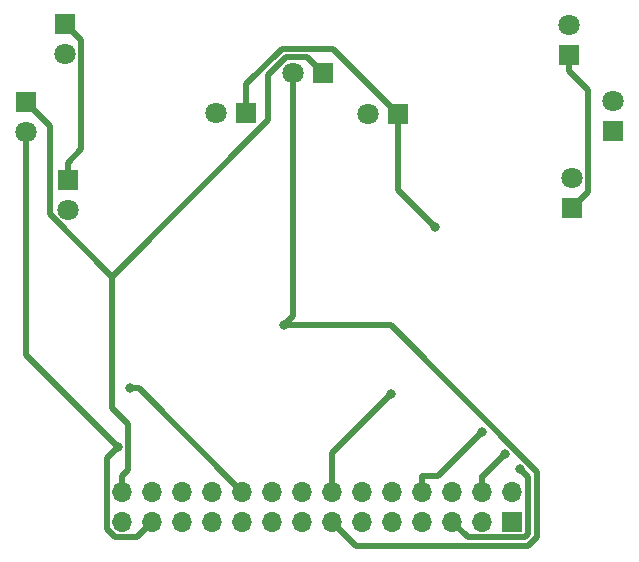
<source format=gbr>
%TF.GenerationSoftware,KiCad,Pcbnew,(7.0.0)*%
%TF.CreationDate,2024-03-24T15:02:48+02:00*%
%TF.ProjectId,MMPCB,4d4d5043-422e-46b6-9963-61645f706362,rev?*%
%TF.SameCoordinates,Original*%
%TF.FileFunction,Copper,L2,Bot*%
%TF.FilePolarity,Positive*%
%FSLAX46Y46*%
G04 Gerber Fmt 4.6, Leading zero omitted, Abs format (unit mm)*
G04 Created by KiCad (PCBNEW (7.0.0)) date 2024-03-24 15:02:48*
%MOMM*%
%LPD*%
G01*
G04 APERTURE LIST*
%TA.AperFunction,ComponentPad*%
%ADD10R,1.800000X1.800000*%
%TD*%
%TA.AperFunction,ComponentPad*%
%ADD11C,1.800000*%
%TD*%
%TA.AperFunction,ComponentPad*%
%ADD12R,1.700000X1.700000*%
%TD*%
%TA.AperFunction,ComponentPad*%
%ADD13O,1.700000X1.700000*%
%TD*%
%TA.AperFunction,ViaPad*%
%ADD14C,0.800000*%
%TD*%
%TA.AperFunction,Conductor*%
%ADD15C,0.500000*%
%TD*%
G04 APERTURE END LIST*
D10*
%TO.P,Q6,1,C*%
%TO.N,3V3*%
X170074999Y-108749999D03*
D11*
%TO.P,Q6,2,E*%
%TO.N,Analog8*%
X170075000Y-106210000D03*
%TD*%
D10*
%TO.P,Q5,1,C*%
%TO.N,3V3*%
X145449999Y-103824999D03*
D11*
%TO.P,Q5,2,E*%
%TO.N,Analog11*%
X142910000Y-103825000D03*
%TD*%
D10*
%TO.P,Q4,1,C*%
%TO.N,3V3*%
X120324999Y-106249999D03*
D11*
%TO.P,Q4,2,E*%
%TO.N,Analog15*%
X120325000Y-108790000D03*
%TD*%
D12*
%TO.P,J1,1,Pin_1*%
%TO.N,RESV3*%
X161519999Y-141799999D03*
D13*
%TO.P,J1,2,Pin_2*%
%TO.N,3V3*%
X161519999Y-139259999D03*
%TO.P,J1,3,Pin_3*%
%TO.N,GND*%
X158979999Y-141799999D03*
%TO.P,J1,4,Pin_4*%
%TO.N,BATT*%
X158979999Y-139259999D03*
%TO.P,J1,5,Pin_5*%
%TO.N,Analog8*%
X156439999Y-141799999D03*
%TO.P,J1,6,Pin_6*%
%TO.N,RESV2*%
X156439999Y-139259999D03*
%TO.P,J1,7,Pin_7*%
%TO.N,Analog9*%
X153899999Y-141799999D03*
%TO.P,J1,8,Pin_8*%
%TO.N,PWM1*%
X153899999Y-139259999D03*
%TO.P,J1,9,Pin_9*%
%TO.N,GND*%
X151359999Y-141799999D03*
%TO.P,J1,10,Pin_10*%
%TO.N,PWM2*%
X151359999Y-139259999D03*
%TO.P,J1,11,Pin_11*%
%TO.N,Analog10*%
X148819999Y-141799999D03*
%TO.P,J1,12,Pin_12*%
%TO.N,PWM3*%
X148819999Y-139259999D03*
%TO.P,J1,13,Pin_13*%
%TO.N,Analog11*%
X146279999Y-141799999D03*
%TO.P,J1,14,Pin_14*%
%TO.N,PWM4*%
X146279999Y-139259999D03*
%TO.P,J1,15,Pin_15*%
%TO.N,GND*%
X143739999Y-141799999D03*
%TO.P,J1,16,Pin_16*%
%TO.N,PWM5*%
X143739999Y-139259999D03*
%TO.P,J1,17,Pin_17*%
%TO.N,Analog12*%
X141199999Y-141799999D03*
%TO.P,J1,18,Pin_18*%
%TO.N,PWM6*%
X141199999Y-139259999D03*
%TO.P,J1,19,Pin_19*%
%TO.N,Analog13*%
X138659999Y-141799999D03*
%TO.P,J1,20,Pin_20*%
%TO.N,PWM7*%
X138659999Y-139259999D03*
%TO.P,J1,21,Pin_21*%
%TO.N,GND*%
X136119999Y-141799999D03*
%TO.P,J1,22,Pin_22*%
%TO.N,PWM8*%
X136119999Y-139259999D03*
%TO.P,J1,23,Pin_23*%
%TO.N,Analog14*%
X133579999Y-141799999D03*
%TO.P,J1,24,Pin_24*%
%TO.N,RESV1*%
X133579999Y-139259999D03*
%TO.P,J1,25,Pin_25*%
%TO.N,Analog15*%
X131039999Y-141799999D03*
%TO.P,J1,26,Pin_26*%
%TO.N,BATT*%
X131039999Y-139259999D03*
%TO.P,J1,27,Pin_27*%
%TO.N,GND*%
X128499999Y-141799999D03*
%TO.P,J1,28,Pin_28*%
%TO.N,3V3*%
X128499999Y-139259999D03*
%TD*%
D10*
%TO.P,D6,1,K*%
%TO.N,Net-(D5-K)*%
X166524999Y-115274999D03*
D11*
%TO.P,D6,2,A*%
%TO.N,Net-(D6-A)*%
X166525000Y-112735000D03*
%TD*%
%TO.P,D5,2,A*%
%TO.N,Net-(D5-A)*%
X166325000Y-99735000D03*
D10*
%TO.P,D5,1,K*%
%TO.N,Net-(D5-K)*%
X166324999Y-102274999D03*
%TD*%
D11*
%TO.P,D4,2,A*%
%TO.N,Net-(D4-A)*%
X149335000Y-107275000D03*
D10*
%TO.P,D4,1,K*%
%TO.N,Net-(D3-K)*%
X151874999Y-107274999D03*
%TD*%
%TO.P,D3,1,K*%
%TO.N,Net-(D3-K)*%
X138974999Y-107174999D03*
D11*
%TO.P,D3,2,A*%
%TO.N,Net-(D3-A)*%
X136435000Y-107175000D03*
%TD*%
D10*
%TO.P,D2,1,K*%
%TO.N,Net-(D1-K)*%
X123674999Y-99624999D03*
D11*
%TO.P,D2,2,A*%
%TO.N,Net-(D2-A)*%
X123675000Y-102165000D03*
%TD*%
D10*
%TO.P,D1,1,K*%
%TO.N,Net-(D1-K)*%
X123874999Y-112824999D03*
D11*
%TO.P,D1,2,A*%
%TO.N,Net-(D1-A)*%
X123875000Y-115365000D03*
%TD*%
D14*
%TO.N,PWM7*%
X129119000Y-130472600D03*
%TO.N,PWM4*%
X151252500Y-130969800D03*
%TO.N,PWM1*%
X158956700Y-134203300D03*
%TO.N,Net-(D3-K)*%
X154997300Y-116856900D03*
%TO.N,Analog15*%
X128108200Y-135495000D03*
%TO.N,Analog11*%
X142150000Y-125168300D03*
%TO.N,Analog8*%
X162169300Y-137336300D03*
%TO.N,BATT*%
X160897500Y-136056900D03*
%TD*%
D15*
%TO.N,PWM7*%
X129872600Y-130472600D02*
X129119000Y-130472600D01*
X138660000Y-139260000D02*
X129872600Y-130472600D01*
%TO.N,PWM4*%
X146280000Y-135942300D02*
X151252500Y-130969800D01*
X146280000Y-139260000D02*
X146280000Y-135942300D01*
%TO.N,PWM1*%
X153900000Y-139260000D02*
X153900000Y-137910000D01*
X155250000Y-137910000D02*
X158956700Y-134203300D01*
X153900000Y-137910000D02*
X155250000Y-137910000D01*
%TO.N,Net-(D5-K)*%
X167891500Y-113908500D02*
X166525000Y-115275000D01*
X167891500Y-105241500D02*
X167891500Y-113908500D01*
X166325000Y-103675000D02*
X167891500Y-105241500D01*
X166325000Y-102275000D02*
X166325000Y-103675000D01*
%TO.N,Net-(D3-K)*%
X151875000Y-113734600D02*
X151875000Y-107275000D01*
X154997300Y-116856900D02*
X151875000Y-113734600D01*
X138975000Y-107175000D02*
X138975000Y-105775000D01*
X138975000Y-104777900D02*
X138975000Y-105775000D01*
X141996700Y-101756200D02*
X138975000Y-104777900D01*
X146356200Y-101756200D02*
X141996700Y-101756200D01*
X151875000Y-107275000D02*
X146356200Y-101756200D01*
%TO.N,Analog15*%
X127177100Y-136426100D02*
X128108200Y-135495000D01*
X127177100Y-142413600D02*
X127177100Y-136426100D01*
X127891900Y-143128400D02*
X127177100Y-142413600D01*
X129711600Y-143128400D02*
X127891900Y-143128400D01*
X131040000Y-141800000D02*
X129711600Y-143128400D01*
X120325000Y-127711800D02*
X128108200Y-135495000D01*
X120325000Y-108790000D02*
X120325000Y-127711800D01*
%TO.N,Analog11*%
X142910000Y-124408300D02*
X142150000Y-125168300D01*
X142910000Y-103825000D02*
X142910000Y-124408300D01*
X151222200Y-125168300D02*
X142150000Y-125168300D01*
X163609100Y-137555200D02*
X151222200Y-125168300D01*
X163609100Y-143068200D02*
X163609100Y-137555200D01*
X162855000Y-143822300D02*
X163609100Y-143068200D01*
X148302300Y-143822300D02*
X162855000Y-143822300D01*
X146280000Y-141800000D02*
X148302300Y-143822300D01*
%TO.N,Analog8*%
X162863800Y-138030800D02*
X162169300Y-137336300D01*
X162863800Y-142795300D02*
X162863800Y-138030800D01*
X162548700Y-143110400D02*
X162863800Y-142795300D01*
X157750400Y-143110400D02*
X162548700Y-143110400D01*
X156440000Y-141800000D02*
X157750400Y-143110400D01*
%TO.N,BATT*%
X159044400Y-137910000D02*
X160897500Y-136056900D01*
X158980000Y-137910000D02*
X159044400Y-137910000D01*
X158980000Y-139260000D02*
X158980000Y-137910000D01*
%TO.N,3V3*%
X128500000Y-139260000D02*
X128500000Y-137910000D01*
X122333700Y-115735900D02*
X127634200Y-121036300D01*
X122333700Y-108258700D02*
X122333700Y-115735900D01*
X120325000Y-106250000D02*
X122333700Y-108258700D01*
X144091300Y-102466300D02*
X145450000Y-103825000D01*
X142319200Y-102466300D02*
X144091300Y-102466300D01*
X140845900Y-103939600D02*
X142319200Y-102466300D01*
X140845900Y-107824600D02*
X140845900Y-103939600D01*
X127634200Y-121036300D02*
X140845900Y-107824600D01*
X127634100Y-121036400D02*
X127634200Y-121036300D01*
X127634100Y-132207400D02*
X127634100Y-121036400D01*
X128810100Y-133383400D02*
X127634100Y-132207400D01*
X128810100Y-133385600D02*
X128810100Y-133383400D01*
X128967100Y-133542600D02*
X128810100Y-133385600D01*
X128967100Y-137442900D02*
X128967100Y-133542600D01*
X128500000Y-137910000D02*
X128967100Y-137442900D01*
%TO.N,Net-(D1-K)*%
X125035900Y-100985900D02*
X123675000Y-99625000D01*
X125035900Y-110264100D02*
X125035900Y-100985900D01*
X123875000Y-111425000D02*
X125035900Y-110264100D01*
X123875000Y-112825000D02*
X123875000Y-111425000D01*
%TD*%
M02*

</source>
